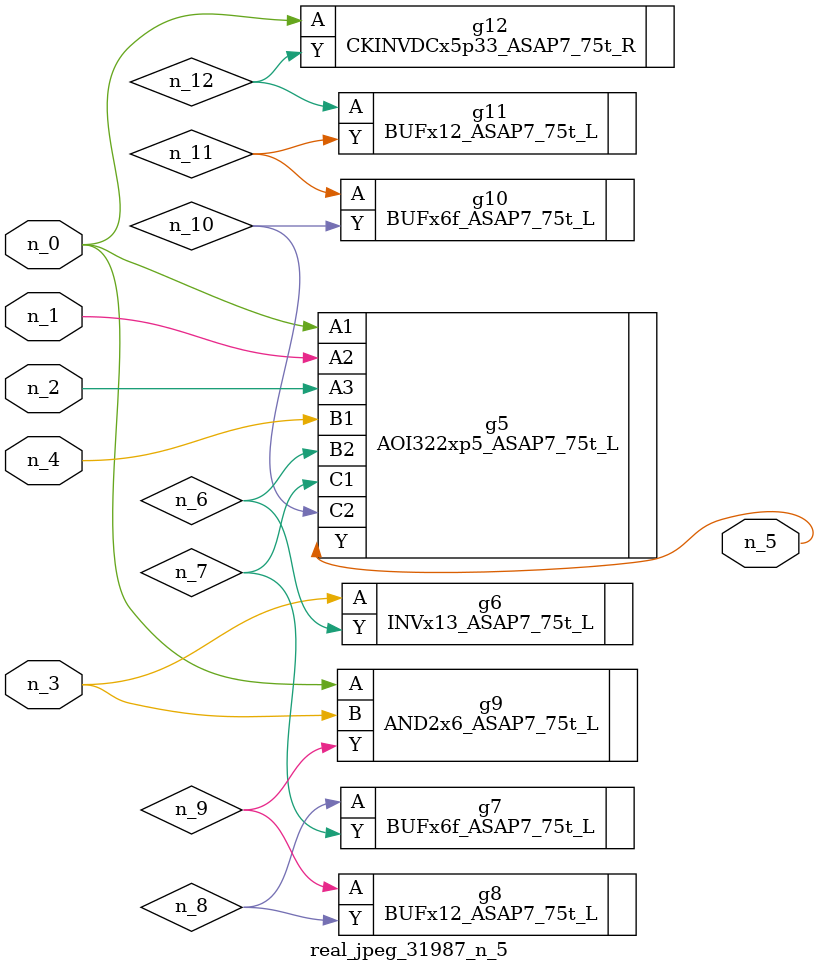
<source format=v>
module real_jpeg_31987_n_5 (n_4, n_0, n_1, n_2, n_3, n_5);

input n_4;
input n_0;
input n_1;
input n_2;
input n_3;

output n_5;

wire n_12;
wire n_8;
wire n_11;
wire n_6;
wire n_7;
wire n_10;
wire n_9;

AOI322xp5_ASAP7_75t_L g5 ( 
.A1(n_0),
.A2(n_1),
.A3(n_2),
.B1(n_4),
.B2(n_6),
.C1(n_7),
.C2(n_10),
.Y(n_5)
);

AND2x6_ASAP7_75t_L g9 ( 
.A(n_0),
.B(n_3),
.Y(n_9)
);

CKINVDCx5p33_ASAP7_75t_R g12 ( 
.A(n_0),
.Y(n_12)
);

INVx13_ASAP7_75t_L g6 ( 
.A(n_3),
.Y(n_6)
);

BUFx6f_ASAP7_75t_L g7 ( 
.A(n_8),
.Y(n_7)
);

BUFx12_ASAP7_75t_L g8 ( 
.A(n_9),
.Y(n_8)
);

BUFx6f_ASAP7_75t_L g10 ( 
.A(n_11),
.Y(n_10)
);

BUFx12_ASAP7_75t_L g11 ( 
.A(n_12),
.Y(n_11)
);


endmodule
</source>
